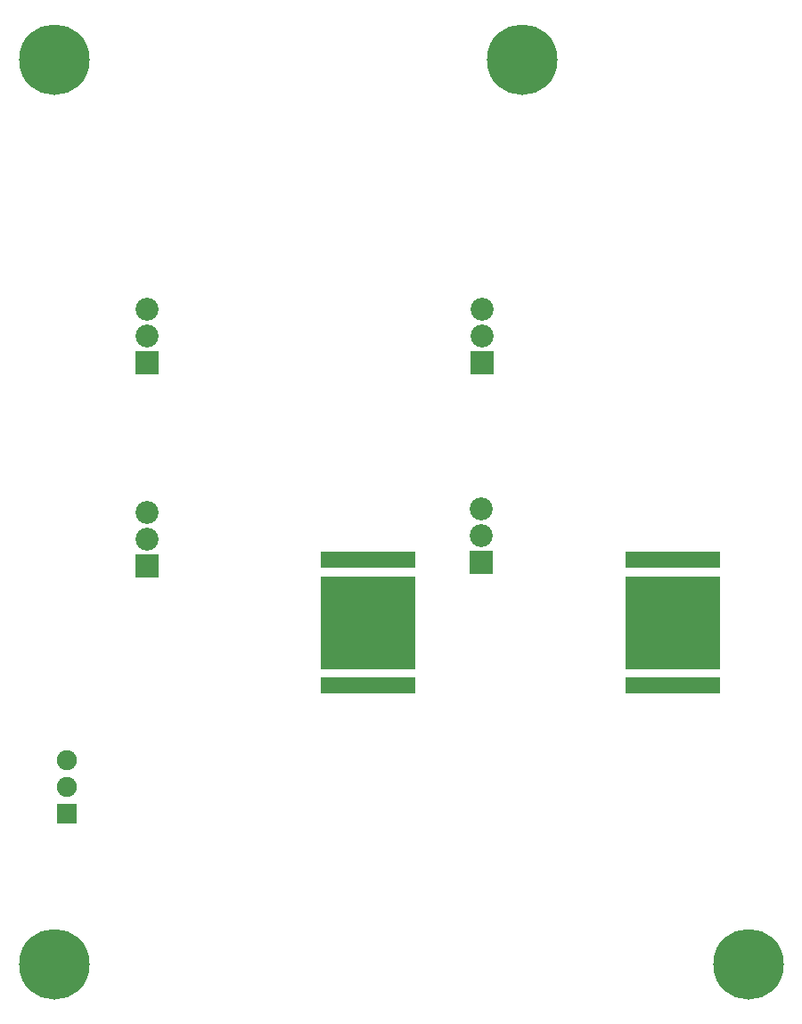
<source format=gbs>
G04*
G04 #@! TF.GenerationSoftware,Altium Limited,Altium Designer,20.0.12 (288)*
G04*
G04 Layer_Color=16711935*
%FSLAX25Y25*%
%MOIN*%
G70*
G01*
G75*
%ADD46C,0.26391*%
%ADD47R,0.08595X0.08595*%
%ADD48C,0.08595*%
%ADD49R,0.07493X0.07493*%
%ADD50C,0.07493*%
%ADD61R,0.35500X0.35000*%
%ADD62R,0.35500X0.06000*%
D46*
X190487Y354402D02*
D03*
X15487D02*
D03*
X274987Y15902D02*
D03*
X15487D02*
D03*
D47*
X49987Y240902D02*
D03*
X175487D02*
D03*
X49987Y164902D02*
D03*
X174987Y166402D02*
D03*
D48*
X49987Y250902D02*
D03*
Y260902D02*
D03*
X175487Y250902D02*
D03*
Y260902D02*
D03*
X49987Y174902D02*
D03*
Y184902D02*
D03*
X174987Y176402D02*
D03*
Y186402D02*
D03*
D49*
X19987Y72402D02*
D03*
D50*
Y82402D02*
D03*
Y92402D02*
D03*
D61*
X132959Y143670D02*
D03*
X246837Y143669D02*
D03*
D62*
X132959Y167170D02*
D03*
Y120170D02*
D03*
X246837Y120169D02*
D03*
Y167169D02*
D03*
M02*

</source>
